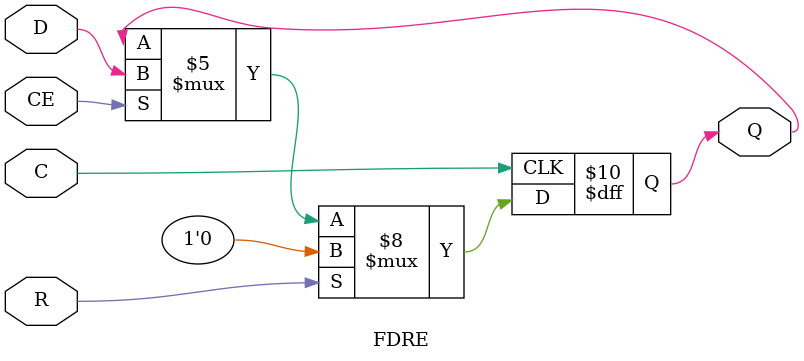
<source format=v>
module FDRE (
  output reg Q,
  (* clkbuf_sink *)
  (* invertible_pin = "IS_C_INVERTED" *)
  input C,
  input CE,
  (* invertible_pin = "IS_D_INVERTED" *)
  input D,
  (* invertible_pin = "IS_R_INVERTED" *)
  input R
);
  parameter [0:0] INIT = 1'b0;
  parameter [0:0] IS_C_INVERTED = 1'b0;
  parameter [0:0] IS_D_INVERTED = 1'b0;
  parameter [0:0] IS_R_INVERTED = 1'b0;
  initial Q <= INIT;
  generate
  case (|IS_C_INVERTED)
    1'b0: always @(posedge C) if (R == !IS_R_INVERTED) Q <= 1'b0; else if (CE) Q <= D ^ IS_D_INVERTED;
    1'b1: always @(negedge C) if (R == !IS_R_INVERTED) Q <= 1'b0; else if (CE) Q <= D ^ IS_D_INVERTED;
  endcase
  endgenerate
  specify
    // https://github.com/SymbiFlow/prjxray-db/blob/23c8b0851f979f0799318eaca90174413a46b257/artix7/timings/slicel.sdf#L249
    $setup(D , posedge C &&& CE && !IS_C_INVERTED , /*-46*/ 0); // Negative times not currently supported
    $setup(D , negedge C &&& CE &&  IS_C_INVERTED , /*-46*/ 0); // Negative times not currently supported
    // https://github.com/SymbiFlow/prjxray-db/blob/23c8b0851f979f0799318eaca90174413a46b257/artix7/timings/slicel.sdf#L248
    $setup(CE, posedge C &&& !IS_C_INVERTED, 109);
    $setup(CE, negedge C &&&  IS_C_INVERTED, 109);
    // https://github.com/SymbiFlow/prjxray-db/blob/23c8b0851f979f0799318eaca90174413a46b257/artix7/timings/slicel.sdf#L274
    $setup(R , posedge C &&& !IS_C_INVERTED, 404);
    $setup(R , negedge C &&&  IS_C_INVERTED, 404);
    // https://github.com/SymbiFlow/prjxray-db/blob/34ea6eb08a63d21ec16264ad37a0a7b142ff6031/artix7/timings/CLBLL_L.sdf#L243
    if (!IS_C_INVERTED && R != IS_R_INVERTED)        (posedge C => (Q : 1'b0)) = 303;
    if ( IS_C_INVERTED && R != IS_R_INVERTED)        (negedge C => (Q : 1'b0)) = 303;
    if (!IS_C_INVERTED && R == IS_R_INVERTED && CE) (posedge C => (Q : D ^ IS_D_INVERTED)) = 303;
    if ( IS_C_INVERTED && R == IS_R_INVERTED && CE) (negedge C => (Q : D ^ IS_D_INVERTED)) = 303;
  endspecify
endmodule
</source>
